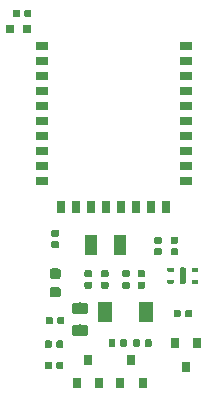
<source format=gbr>
G04 #@! TF.GenerationSoftware,KiCad,Pcbnew,(5.1.2-1)-1*
G04 #@! TF.CreationDate,2021-10-09T10:13:21+02:00*
G04 #@! TF.ProjectId,parasite,70617261-7369-4746-952e-6b696361645f,1.2.0*
G04 #@! TF.SameCoordinates,Original*
G04 #@! TF.FileFunction,Paste,Top*
G04 #@! TF.FilePolarity,Positive*
%FSLAX46Y46*%
G04 Gerber Fmt 4.6, Leading zero omitted, Abs format (unit mm)*
G04 Created by KiCad (PCBNEW (5.1.2-1)-1) date 2021-10-09 10:13:21*
%MOMM*%
%LPD*%
G04 APERTURE LIST*
%ADD10R,1.000000X0.650000*%
%ADD11R,0.650000X1.000000*%
%ADD12R,0.800000X0.800000*%
%ADD13C,0.100000*%
%ADD14C,0.590000*%
%ADD15C,0.500000*%
%ADD16C,0.350000*%
%ADD17R,1.000000X1.800000*%
%ADD18R,0.800000X0.900000*%
%ADD19C,0.875000*%
%ADD20C,0.975000*%
%ADD21R,1.300000X1.700000*%
G04 APERTURE END LIST*
D10*
X60881000Y-42600000D03*
X60881000Y-41330000D03*
X60881000Y-40060000D03*
X60881000Y-38790000D03*
X60881000Y-37520000D03*
X60881000Y-36250000D03*
X60881000Y-34980000D03*
X60881000Y-33710000D03*
X60881000Y-32440000D03*
X60881000Y-31170000D03*
X73119000Y-38790000D03*
X73119000Y-31170000D03*
X73119000Y-37520000D03*
X73119000Y-32440000D03*
X73119000Y-33710000D03*
X73119000Y-34980000D03*
X73119000Y-40060000D03*
X73119000Y-36250000D03*
X73119000Y-41330000D03*
X73119000Y-42600000D03*
D11*
X70150000Y-44819000D03*
X62530000Y-44819000D03*
X68880000Y-44819000D03*
X63800000Y-44819000D03*
X65070000Y-44819000D03*
X66340000Y-44819000D03*
X71420000Y-44819000D03*
X67610000Y-44819000D03*
D12*
X58150000Y-29700000D03*
X59650000Y-29700000D03*
D13*
G36*
X59861958Y-28080710D02*
G01*
X59876276Y-28082834D01*
X59890317Y-28086351D01*
X59903946Y-28091228D01*
X59917031Y-28097417D01*
X59929447Y-28104858D01*
X59941073Y-28113481D01*
X59951798Y-28123202D01*
X59961519Y-28133927D01*
X59970142Y-28145553D01*
X59977583Y-28157969D01*
X59983772Y-28171054D01*
X59988649Y-28184683D01*
X59992166Y-28198724D01*
X59994290Y-28213042D01*
X59995000Y-28227500D01*
X59995000Y-28572500D01*
X59994290Y-28586958D01*
X59992166Y-28601276D01*
X59988649Y-28615317D01*
X59983772Y-28628946D01*
X59977583Y-28642031D01*
X59970142Y-28654447D01*
X59961519Y-28666073D01*
X59951798Y-28676798D01*
X59941073Y-28686519D01*
X59929447Y-28695142D01*
X59917031Y-28702583D01*
X59903946Y-28708772D01*
X59890317Y-28713649D01*
X59876276Y-28717166D01*
X59861958Y-28719290D01*
X59847500Y-28720000D01*
X59552500Y-28720000D01*
X59538042Y-28719290D01*
X59523724Y-28717166D01*
X59509683Y-28713649D01*
X59496054Y-28708772D01*
X59482969Y-28702583D01*
X59470553Y-28695142D01*
X59458927Y-28686519D01*
X59448202Y-28676798D01*
X59438481Y-28666073D01*
X59429858Y-28654447D01*
X59422417Y-28642031D01*
X59416228Y-28628946D01*
X59411351Y-28615317D01*
X59407834Y-28601276D01*
X59405710Y-28586958D01*
X59405000Y-28572500D01*
X59405000Y-28227500D01*
X59405710Y-28213042D01*
X59407834Y-28198724D01*
X59411351Y-28184683D01*
X59416228Y-28171054D01*
X59422417Y-28157969D01*
X59429858Y-28145553D01*
X59438481Y-28133927D01*
X59448202Y-28123202D01*
X59458927Y-28113481D01*
X59470553Y-28104858D01*
X59482969Y-28097417D01*
X59496054Y-28091228D01*
X59509683Y-28086351D01*
X59523724Y-28082834D01*
X59538042Y-28080710D01*
X59552500Y-28080000D01*
X59847500Y-28080000D01*
X59861958Y-28080710D01*
X59861958Y-28080710D01*
G37*
D14*
X59700000Y-28400000D03*
D13*
G36*
X58891958Y-28080710D02*
G01*
X58906276Y-28082834D01*
X58920317Y-28086351D01*
X58933946Y-28091228D01*
X58947031Y-28097417D01*
X58959447Y-28104858D01*
X58971073Y-28113481D01*
X58981798Y-28123202D01*
X58991519Y-28133927D01*
X59000142Y-28145553D01*
X59007583Y-28157969D01*
X59013772Y-28171054D01*
X59018649Y-28184683D01*
X59022166Y-28198724D01*
X59024290Y-28213042D01*
X59025000Y-28227500D01*
X59025000Y-28572500D01*
X59024290Y-28586958D01*
X59022166Y-28601276D01*
X59018649Y-28615317D01*
X59013772Y-28628946D01*
X59007583Y-28642031D01*
X59000142Y-28654447D01*
X58991519Y-28666073D01*
X58981798Y-28676798D01*
X58971073Y-28686519D01*
X58959447Y-28695142D01*
X58947031Y-28702583D01*
X58933946Y-28708772D01*
X58920317Y-28713649D01*
X58906276Y-28717166D01*
X58891958Y-28719290D01*
X58877500Y-28720000D01*
X58582500Y-28720000D01*
X58568042Y-28719290D01*
X58553724Y-28717166D01*
X58539683Y-28713649D01*
X58526054Y-28708772D01*
X58512969Y-28702583D01*
X58500553Y-28695142D01*
X58488927Y-28686519D01*
X58478202Y-28676798D01*
X58468481Y-28666073D01*
X58459858Y-28654447D01*
X58452417Y-28642031D01*
X58446228Y-28628946D01*
X58441351Y-28615317D01*
X58437834Y-28601276D01*
X58435710Y-28586958D01*
X58435000Y-28572500D01*
X58435000Y-28227500D01*
X58435710Y-28213042D01*
X58437834Y-28198724D01*
X58441351Y-28184683D01*
X58446228Y-28171054D01*
X58452417Y-28157969D01*
X58459858Y-28145553D01*
X58468481Y-28133927D01*
X58478202Y-28123202D01*
X58488927Y-28113481D01*
X58500553Y-28104858D01*
X58512969Y-28097417D01*
X58526054Y-28091228D01*
X58539683Y-28086351D01*
X58553724Y-28082834D01*
X58568042Y-28080710D01*
X58582500Y-28080000D01*
X58877500Y-28080000D01*
X58891958Y-28080710D01*
X58891958Y-28080710D01*
G37*
D14*
X58730000Y-28400000D03*
D13*
G36*
X72937252Y-49900602D02*
G01*
X72949386Y-49902402D01*
X72961286Y-49905382D01*
X72972835Y-49909515D01*
X72983925Y-49914760D01*
X72994446Y-49921066D01*
X73004299Y-49928374D01*
X73013388Y-49936612D01*
X73021626Y-49945701D01*
X73028934Y-49955554D01*
X73035240Y-49966075D01*
X73040485Y-49977165D01*
X73044618Y-49988714D01*
X73047598Y-50000614D01*
X73049398Y-50012748D01*
X73050000Y-50025000D01*
X73050000Y-51175000D01*
X73049398Y-51187252D01*
X73047598Y-51199386D01*
X73044618Y-51211286D01*
X73040485Y-51222835D01*
X73035240Y-51233925D01*
X73028934Y-51244446D01*
X73021626Y-51254299D01*
X73013388Y-51263388D01*
X73004299Y-51271626D01*
X72994446Y-51278934D01*
X72983925Y-51285240D01*
X72972835Y-51290485D01*
X72961286Y-51294618D01*
X72949386Y-51297598D01*
X72937252Y-51299398D01*
X72925000Y-51300000D01*
X72675000Y-51300000D01*
X72662748Y-51299398D01*
X72650614Y-51297598D01*
X72638714Y-51294618D01*
X72627165Y-51290485D01*
X72616075Y-51285240D01*
X72605554Y-51278934D01*
X72595701Y-51271626D01*
X72586612Y-51263388D01*
X72578374Y-51254299D01*
X72571066Y-51244446D01*
X72564760Y-51233925D01*
X72559515Y-51222835D01*
X72555382Y-51211286D01*
X72552402Y-51199386D01*
X72550602Y-51187252D01*
X72550000Y-51175000D01*
X72550000Y-50025000D01*
X72550602Y-50012748D01*
X72552402Y-50000614D01*
X72555382Y-49988714D01*
X72559515Y-49977165D01*
X72564760Y-49966075D01*
X72571066Y-49955554D01*
X72578374Y-49945701D01*
X72586612Y-49936612D01*
X72595701Y-49928374D01*
X72605554Y-49921066D01*
X72616075Y-49914760D01*
X72627165Y-49909515D01*
X72638714Y-49905382D01*
X72650614Y-49902402D01*
X72662748Y-49900602D01*
X72675000Y-49900000D01*
X72925000Y-49900000D01*
X72937252Y-49900602D01*
X72937252Y-49900602D01*
G37*
D15*
X72800000Y-50600000D03*
D13*
G36*
X71971076Y-50925421D02*
G01*
X71979570Y-50926681D01*
X71987900Y-50928768D01*
X71995985Y-50931661D01*
X72003747Y-50935332D01*
X72011112Y-50939746D01*
X72018009Y-50944862D01*
X72024372Y-50950628D01*
X72030138Y-50956991D01*
X72035254Y-50963888D01*
X72039668Y-50971253D01*
X72043339Y-50979015D01*
X72046232Y-50987100D01*
X72048319Y-50995430D01*
X72049579Y-51003924D01*
X72050000Y-51012500D01*
X72050000Y-51187500D01*
X72049579Y-51196076D01*
X72048319Y-51204570D01*
X72046232Y-51212900D01*
X72043339Y-51220985D01*
X72039668Y-51228747D01*
X72035254Y-51236112D01*
X72030138Y-51243009D01*
X72024372Y-51249372D01*
X72018009Y-51255138D01*
X72011112Y-51260254D01*
X72003747Y-51264668D01*
X71995985Y-51268339D01*
X71987900Y-51271232D01*
X71979570Y-51273319D01*
X71971076Y-51274579D01*
X71962500Y-51275000D01*
X71587500Y-51275000D01*
X71578924Y-51274579D01*
X71570430Y-51273319D01*
X71562100Y-51271232D01*
X71554015Y-51268339D01*
X71546253Y-51264668D01*
X71538888Y-51260254D01*
X71531991Y-51255138D01*
X71525628Y-51249372D01*
X71519862Y-51243009D01*
X71514746Y-51236112D01*
X71510332Y-51228747D01*
X71506661Y-51220985D01*
X71503768Y-51212900D01*
X71501681Y-51204570D01*
X71500421Y-51196076D01*
X71500000Y-51187500D01*
X71500000Y-51012500D01*
X71500421Y-51003924D01*
X71501681Y-50995430D01*
X71503768Y-50987100D01*
X71506661Y-50979015D01*
X71510332Y-50971253D01*
X71514746Y-50963888D01*
X71519862Y-50956991D01*
X71525628Y-50950628D01*
X71531991Y-50944862D01*
X71538888Y-50939746D01*
X71546253Y-50935332D01*
X71554015Y-50931661D01*
X71562100Y-50928768D01*
X71570430Y-50926681D01*
X71578924Y-50925421D01*
X71587500Y-50925000D01*
X71962500Y-50925000D01*
X71971076Y-50925421D01*
X71971076Y-50925421D01*
G37*
D16*
X71775000Y-51100000D03*
D13*
G36*
X71971076Y-49925421D02*
G01*
X71979570Y-49926681D01*
X71987900Y-49928768D01*
X71995985Y-49931661D01*
X72003747Y-49935332D01*
X72011112Y-49939746D01*
X72018009Y-49944862D01*
X72024372Y-49950628D01*
X72030138Y-49956991D01*
X72035254Y-49963888D01*
X72039668Y-49971253D01*
X72043339Y-49979015D01*
X72046232Y-49987100D01*
X72048319Y-49995430D01*
X72049579Y-50003924D01*
X72050000Y-50012500D01*
X72050000Y-50187500D01*
X72049579Y-50196076D01*
X72048319Y-50204570D01*
X72046232Y-50212900D01*
X72043339Y-50220985D01*
X72039668Y-50228747D01*
X72035254Y-50236112D01*
X72030138Y-50243009D01*
X72024372Y-50249372D01*
X72018009Y-50255138D01*
X72011112Y-50260254D01*
X72003747Y-50264668D01*
X71995985Y-50268339D01*
X71987900Y-50271232D01*
X71979570Y-50273319D01*
X71971076Y-50274579D01*
X71962500Y-50275000D01*
X71587500Y-50275000D01*
X71578924Y-50274579D01*
X71570430Y-50273319D01*
X71562100Y-50271232D01*
X71554015Y-50268339D01*
X71546253Y-50264668D01*
X71538888Y-50260254D01*
X71531991Y-50255138D01*
X71525628Y-50249372D01*
X71519862Y-50243009D01*
X71514746Y-50236112D01*
X71510332Y-50228747D01*
X71506661Y-50220985D01*
X71503768Y-50212900D01*
X71501681Y-50204570D01*
X71500421Y-50196076D01*
X71500000Y-50187500D01*
X71500000Y-50012500D01*
X71500421Y-50003924D01*
X71501681Y-49995430D01*
X71503768Y-49987100D01*
X71506661Y-49979015D01*
X71510332Y-49971253D01*
X71514746Y-49963888D01*
X71519862Y-49956991D01*
X71525628Y-49950628D01*
X71531991Y-49944862D01*
X71538888Y-49939746D01*
X71546253Y-49935332D01*
X71554015Y-49931661D01*
X71562100Y-49928768D01*
X71570430Y-49926681D01*
X71578924Y-49925421D01*
X71587500Y-49925000D01*
X71962500Y-49925000D01*
X71971076Y-49925421D01*
X71971076Y-49925421D01*
G37*
D16*
X71775000Y-50100000D03*
D13*
G36*
X74021076Y-49925421D02*
G01*
X74029570Y-49926681D01*
X74037900Y-49928768D01*
X74045985Y-49931661D01*
X74053747Y-49935332D01*
X74061112Y-49939746D01*
X74068009Y-49944862D01*
X74074372Y-49950628D01*
X74080138Y-49956991D01*
X74085254Y-49963888D01*
X74089668Y-49971253D01*
X74093339Y-49979015D01*
X74096232Y-49987100D01*
X74098319Y-49995430D01*
X74099579Y-50003924D01*
X74100000Y-50012500D01*
X74100000Y-50187500D01*
X74099579Y-50196076D01*
X74098319Y-50204570D01*
X74096232Y-50212900D01*
X74093339Y-50220985D01*
X74089668Y-50228747D01*
X74085254Y-50236112D01*
X74080138Y-50243009D01*
X74074372Y-50249372D01*
X74068009Y-50255138D01*
X74061112Y-50260254D01*
X74053747Y-50264668D01*
X74045985Y-50268339D01*
X74037900Y-50271232D01*
X74029570Y-50273319D01*
X74021076Y-50274579D01*
X74012500Y-50275000D01*
X73637500Y-50275000D01*
X73628924Y-50274579D01*
X73620430Y-50273319D01*
X73612100Y-50271232D01*
X73604015Y-50268339D01*
X73596253Y-50264668D01*
X73588888Y-50260254D01*
X73581991Y-50255138D01*
X73575628Y-50249372D01*
X73569862Y-50243009D01*
X73564746Y-50236112D01*
X73560332Y-50228747D01*
X73556661Y-50220985D01*
X73553768Y-50212900D01*
X73551681Y-50204570D01*
X73550421Y-50196076D01*
X73550000Y-50187500D01*
X73550000Y-50012500D01*
X73550421Y-50003924D01*
X73551681Y-49995430D01*
X73553768Y-49987100D01*
X73556661Y-49979015D01*
X73560332Y-49971253D01*
X73564746Y-49963888D01*
X73569862Y-49956991D01*
X73575628Y-49950628D01*
X73581991Y-49944862D01*
X73588888Y-49939746D01*
X73596253Y-49935332D01*
X73604015Y-49931661D01*
X73612100Y-49928768D01*
X73620430Y-49926681D01*
X73628924Y-49925421D01*
X73637500Y-49925000D01*
X74012500Y-49925000D01*
X74021076Y-49925421D01*
X74021076Y-49925421D01*
G37*
D16*
X73825000Y-50100000D03*
D13*
G36*
X74021076Y-50925421D02*
G01*
X74029570Y-50926681D01*
X74037900Y-50928768D01*
X74045985Y-50931661D01*
X74053747Y-50935332D01*
X74061112Y-50939746D01*
X74068009Y-50944862D01*
X74074372Y-50950628D01*
X74080138Y-50956991D01*
X74085254Y-50963888D01*
X74089668Y-50971253D01*
X74093339Y-50979015D01*
X74096232Y-50987100D01*
X74098319Y-50995430D01*
X74099579Y-51003924D01*
X74100000Y-51012500D01*
X74100000Y-51187500D01*
X74099579Y-51196076D01*
X74098319Y-51204570D01*
X74096232Y-51212900D01*
X74093339Y-51220985D01*
X74089668Y-51228747D01*
X74085254Y-51236112D01*
X74080138Y-51243009D01*
X74074372Y-51249372D01*
X74068009Y-51255138D01*
X74061112Y-51260254D01*
X74053747Y-51264668D01*
X74045985Y-51268339D01*
X74037900Y-51271232D01*
X74029570Y-51273319D01*
X74021076Y-51274579D01*
X74012500Y-51275000D01*
X73637500Y-51275000D01*
X73628924Y-51274579D01*
X73620430Y-51273319D01*
X73612100Y-51271232D01*
X73604015Y-51268339D01*
X73596253Y-51264668D01*
X73588888Y-51260254D01*
X73581991Y-51255138D01*
X73575628Y-51249372D01*
X73569862Y-51243009D01*
X73564746Y-51236112D01*
X73560332Y-51228747D01*
X73556661Y-51220985D01*
X73553768Y-51212900D01*
X73551681Y-51204570D01*
X73550421Y-51196076D01*
X73550000Y-51187500D01*
X73550000Y-51012500D01*
X73550421Y-51003924D01*
X73551681Y-50995430D01*
X73553768Y-50987100D01*
X73556661Y-50979015D01*
X73560332Y-50971253D01*
X73564746Y-50963888D01*
X73569862Y-50956991D01*
X73575628Y-50950628D01*
X73581991Y-50944862D01*
X73588888Y-50939746D01*
X73596253Y-50935332D01*
X73604015Y-50931661D01*
X73612100Y-50928768D01*
X73620430Y-50926681D01*
X73628924Y-50925421D01*
X73637500Y-50925000D01*
X74012500Y-50925000D01*
X74021076Y-50925421D01*
X74021076Y-50925421D01*
G37*
D16*
X73825000Y-51100000D03*
D17*
X67500000Y-48000000D03*
X65000000Y-48000000D03*
D13*
G36*
X72286958Y-48275710D02*
G01*
X72301276Y-48277834D01*
X72315317Y-48281351D01*
X72328946Y-48286228D01*
X72342031Y-48292417D01*
X72354447Y-48299858D01*
X72366073Y-48308481D01*
X72376798Y-48318202D01*
X72386519Y-48328927D01*
X72395142Y-48340553D01*
X72402583Y-48352969D01*
X72408772Y-48366054D01*
X72413649Y-48379683D01*
X72417166Y-48393724D01*
X72419290Y-48408042D01*
X72420000Y-48422500D01*
X72420000Y-48717500D01*
X72419290Y-48731958D01*
X72417166Y-48746276D01*
X72413649Y-48760317D01*
X72408772Y-48773946D01*
X72402583Y-48787031D01*
X72395142Y-48799447D01*
X72386519Y-48811073D01*
X72376798Y-48821798D01*
X72366073Y-48831519D01*
X72354447Y-48840142D01*
X72342031Y-48847583D01*
X72328946Y-48853772D01*
X72315317Y-48858649D01*
X72301276Y-48862166D01*
X72286958Y-48864290D01*
X72272500Y-48865000D01*
X71927500Y-48865000D01*
X71913042Y-48864290D01*
X71898724Y-48862166D01*
X71884683Y-48858649D01*
X71871054Y-48853772D01*
X71857969Y-48847583D01*
X71845553Y-48840142D01*
X71833927Y-48831519D01*
X71823202Y-48821798D01*
X71813481Y-48811073D01*
X71804858Y-48799447D01*
X71797417Y-48787031D01*
X71791228Y-48773946D01*
X71786351Y-48760317D01*
X71782834Y-48746276D01*
X71780710Y-48731958D01*
X71780000Y-48717500D01*
X71780000Y-48422500D01*
X71780710Y-48408042D01*
X71782834Y-48393724D01*
X71786351Y-48379683D01*
X71791228Y-48366054D01*
X71797417Y-48352969D01*
X71804858Y-48340553D01*
X71813481Y-48328927D01*
X71823202Y-48318202D01*
X71833927Y-48308481D01*
X71845553Y-48299858D01*
X71857969Y-48292417D01*
X71871054Y-48286228D01*
X71884683Y-48281351D01*
X71898724Y-48277834D01*
X71913042Y-48275710D01*
X71927500Y-48275000D01*
X72272500Y-48275000D01*
X72286958Y-48275710D01*
X72286958Y-48275710D01*
G37*
D14*
X72100000Y-48570000D03*
D13*
G36*
X72286958Y-47305710D02*
G01*
X72301276Y-47307834D01*
X72315317Y-47311351D01*
X72328946Y-47316228D01*
X72342031Y-47322417D01*
X72354447Y-47329858D01*
X72366073Y-47338481D01*
X72376798Y-47348202D01*
X72386519Y-47358927D01*
X72395142Y-47370553D01*
X72402583Y-47382969D01*
X72408772Y-47396054D01*
X72413649Y-47409683D01*
X72417166Y-47423724D01*
X72419290Y-47438042D01*
X72420000Y-47452500D01*
X72420000Y-47747500D01*
X72419290Y-47761958D01*
X72417166Y-47776276D01*
X72413649Y-47790317D01*
X72408772Y-47803946D01*
X72402583Y-47817031D01*
X72395142Y-47829447D01*
X72386519Y-47841073D01*
X72376798Y-47851798D01*
X72366073Y-47861519D01*
X72354447Y-47870142D01*
X72342031Y-47877583D01*
X72328946Y-47883772D01*
X72315317Y-47888649D01*
X72301276Y-47892166D01*
X72286958Y-47894290D01*
X72272500Y-47895000D01*
X71927500Y-47895000D01*
X71913042Y-47894290D01*
X71898724Y-47892166D01*
X71884683Y-47888649D01*
X71871054Y-47883772D01*
X71857969Y-47877583D01*
X71845553Y-47870142D01*
X71833927Y-47861519D01*
X71823202Y-47851798D01*
X71813481Y-47841073D01*
X71804858Y-47829447D01*
X71797417Y-47817031D01*
X71791228Y-47803946D01*
X71786351Y-47790317D01*
X71782834Y-47776276D01*
X71780710Y-47761958D01*
X71780000Y-47747500D01*
X71780000Y-47452500D01*
X71780710Y-47438042D01*
X71782834Y-47423724D01*
X71786351Y-47409683D01*
X71791228Y-47396054D01*
X71797417Y-47382969D01*
X71804858Y-47370553D01*
X71813481Y-47358927D01*
X71823202Y-47348202D01*
X71833927Y-47338481D01*
X71845553Y-47329858D01*
X71857969Y-47322417D01*
X71871054Y-47316228D01*
X71884683Y-47311351D01*
X71898724Y-47307834D01*
X71913042Y-47305710D01*
X71927500Y-47305000D01*
X72272500Y-47305000D01*
X72286958Y-47305710D01*
X72286958Y-47305710D01*
G37*
D14*
X72100000Y-47600000D03*
D13*
G36*
X70886958Y-47305710D02*
G01*
X70901276Y-47307834D01*
X70915317Y-47311351D01*
X70928946Y-47316228D01*
X70942031Y-47322417D01*
X70954447Y-47329858D01*
X70966073Y-47338481D01*
X70976798Y-47348202D01*
X70986519Y-47358927D01*
X70995142Y-47370553D01*
X71002583Y-47382969D01*
X71008772Y-47396054D01*
X71013649Y-47409683D01*
X71017166Y-47423724D01*
X71019290Y-47438042D01*
X71020000Y-47452500D01*
X71020000Y-47747500D01*
X71019290Y-47761958D01*
X71017166Y-47776276D01*
X71013649Y-47790317D01*
X71008772Y-47803946D01*
X71002583Y-47817031D01*
X70995142Y-47829447D01*
X70986519Y-47841073D01*
X70976798Y-47851798D01*
X70966073Y-47861519D01*
X70954447Y-47870142D01*
X70942031Y-47877583D01*
X70928946Y-47883772D01*
X70915317Y-47888649D01*
X70901276Y-47892166D01*
X70886958Y-47894290D01*
X70872500Y-47895000D01*
X70527500Y-47895000D01*
X70513042Y-47894290D01*
X70498724Y-47892166D01*
X70484683Y-47888649D01*
X70471054Y-47883772D01*
X70457969Y-47877583D01*
X70445553Y-47870142D01*
X70433927Y-47861519D01*
X70423202Y-47851798D01*
X70413481Y-47841073D01*
X70404858Y-47829447D01*
X70397417Y-47817031D01*
X70391228Y-47803946D01*
X70386351Y-47790317D01*
X70382834Y-47776276D01*
X70380710Y-47761958D01*
X70380000Y-47747500D01*
X70380000Y-47452500D01*
X70380710Y-47438042D01*
X70382834Y-47423724D01*
X70386351Y-47409683D01*
X70391228Y-47396054D01*
X70397417Y-47382969D01*
X70404858Y-47370553D01*
X70413481Y-47358927D01*
X70423202Y-47348202D01*
X70433927Y-47338481D01*
X70445553Y-47329858D01*
X70457969Y-47322417D01*
X70471054Y-47316228D01*
X70484683Y-47311351D01*
X70498724Y-47307834D01*
X70513042Y-47305710D01*
X70527500Y-47305000D01*
X70872500Y-47305000D01*
X70886958Y-47305710D01*
X70886958Y-47305710D01*
G37*
D14*
X70700000Y-47600000D03*
D13*
G36*
X70886958Y-48275710D02*
G01*
X70901276Y-48277834D01*
X70915317Y-48281351D01*
X70928946Y-48286228D01*
X70942031Y-48292417D01*
X70954447Y-48299858D01*
X70966073Y-48308481D01*
X70976798Y-48318202D01*
X70986519Y-48328927D01*
X70995142Y-48340553D01*
X71002583Y-48352969D01*
X71008772Y-48366054D01*
X71013649Y-48379683D01*
X71017166Y-48393724D01*
X71019290Y-48408042D01*
X71020000Y-48422500D01*
X71020000Y-48717500D01*
X71019290Y-48731958D01*
X71017166Y-48746276D01*
X71013649Y-48760317D01*
X71008772Y-48773946D01*
X71002583Y-48787031D01*
X70995142Y-48799447D01*
X70986519Y-48811073D01*
X70976798Y-48821798D01*
X70966073Y-48831519D01*
X70954447Y-48840142D01*
X70942031Y-48847583D01*
X70928946Y-48853772D01*
X70915317Y-48858649D01*
X70901276Y-48862166D01*
X70886958Y-48864290D01*
X70872500Y-48865000D01*
X70527500Y-48865000D01*
X70513042Y-48864290D01*
X70498724Y-48862166D01*
X70484683Y-48858649D01*
X70471054Y-48853772D01*
X70457969Y-48847583D01*
X70445553Y-48840142D01*
X70433927Y-48831519D01*
X70423202Y-48821798D01*
X70413481Y-48811073D01*
X70404858Y-48799447D01*
X70397417Y-48787031D01*
X70391228Y-48773946D01*
X70386351Y-48760317D01*
X70382834Y-48746276D01*
X70380710Y-48731958D01*
X70380000Y-48717500D01*
X70380000Y-48422500D01*
X70380710Y-48408042D01*
X70382834Y-48393724D01*
X70386351Y-48379683D01*
X70391228Y-48366054D01*
X70397417Y-48352969D01*
X70404858Y-48340553D01*
X70413481Y-48328927D01*
X70423202Y-48318202D01*
X70433927Y-48308481D01*
X70445553Y-48299858D01*
X70457969Y-48292417D01*
X70471054Y-48286228D01*
X70484683Y-48281351D01*
X70498724Y-48277834D01*
X70513042Y-48275710D01*
X70527500Y-48275000D01*
X70872500Y-48275000D01*
X70886958Y-48275710D01*
X70886958Y-48275710D01*
G37*
D14*
X70700000Y-48570000D03*
D13*
G36*
X69486958Y-50135710D02*
G01*
X69501276Y-50137834D01*
X69515317Y-50141351D01*
X69528946Y-50146228D01*
X69542031Y-50152417D01*
X69554447Y-50159858D01*
X69566073Y-50168481D01*
X69576798Y-50178202D01*
X69586519Y-50188927D01*
X69595142Y-50200553D01*
X69602583Y-50212969D01*
X69608772Y-50226054D01*
X69613649Y-50239683D01*
X69617166Y-50253724D01*
X69619290Y-50268042D01*
X69620000Y-50282500D01*
X69620000Y-50577500D01*
X69619290Y-50591958D01*
X69617166Y-50606276D01*
X69613649Y-50620317D01*
X69608772Y-50633946D01*
X69602583Y-50647031D01*
X69595142Y-50659447D01*
X69586519Y-50671073D01*
X69576798Y-50681798D01*
X69566073Y-50691519D01*
X69554447Y-50700142D01*
X69542031Y-50707583D01*
X69528946Y-50713772D01*
X69515317Y-50718649D01*
X69501276Y-50722166D01*
X69486958Y-50724290D01*
X69472500Y-50725000D01*
X69127500Y-50725000D01*
X69113042Y-50724290D01*
X69098724Y-50722166D01*
X69084683Y-50718649D01*
X69071054Y-50713772D01*
X69057969Y-50707583D01*
X69045553Y-50700142D01*
X69033927Y-50691519D01*
X69023202Y-50681798D01*
X69013481Y-50671073D01*
X69004858Y-50659447D01*
X68997417Y-50647031D01*
X68991228Y-50633946D01*
X68986351Y-50620317D01*
X68982834Y-50606276D01*
X68980710Y-50591958D01*
X68980000Y-50577500D01*
X68980000Y-50282500D01*
X68980710Y-50268042D01*
X68982834Y-50253724D01*
X68986351Y-50239683D01*
X68991228Y-50226054D01*
X68997417Y-50212969D01*
X69004858Y-50200553D01*
X69013481Y-50188927D01*
X69023202Y-50178202D01*
X69033927Y-50168481D01*
X69045553Y-50159858D01*
X69057969Y-50152417D01*
X69071054Y-50146228D01*
X69084683Y-50141351D01*
X69098724Y-50137834D01*
X69113042Y-50135710D01*
X69127500Y-50135000D01*
X69472500Y-50135000D01*
X69486958Y-50135710D01*
X69486958Y-50135710D01*
G37*
D14*
X69300000Y-50430000D03*
D13*
G36*
X69486958Y-51105710D02*
G01*
X69501276Y-51107834D01*
X69515317Y-51111351D01*
X69528946Y-51116228D01*
X69542031Y-51122417D01*
X69554447Y-51129858D01*
X69566073Y-51138481D01*
X69576798Y-51148202D01*
X69586519Y-51158927D01*
X69595142Y-51170553D01*
X69602583Y-51182969D01*
X69608772Y-51196054D01*
X69613649Y-51209683D01*
X69617166Y-51223724D01*
X69619290Y-51238042D01*
X69620000Y-51252500D01*
X69620000Y-51547500D01*
X69619290Y-51561958D01*
X69617166Y-51576276D01*
X69613649Y-51590317D01*
X69608772Y-51603946D01*
X69602583Y-51617031D01*
X69595142Y-51629447D01*
X69586519Y-51641073D01*
X69576798Y-51651798D01*
X69566073Y-51661519D01*
X69554447Y-51670142D01*
X69542031Y-51677583D01*
X69528946Y-51683772D01*
X69515317Y-51688649D01*
X69501276Y-51692166D01*
X69486958Y-51694290D01*
X69472500Y-51695000D01*
X69127500Y-51695000D01*
X69113042Y-51694290D01*
X69098724Y-51692166D01*
X69084683Y-51688649D01*
X69071054Y-51683772D01*
X69057969Y-51677583D01*
X69045553Y-51670142D01*
X69033927Y-51661519D01*
X69023202Y-51651798D01*
X69013481Y-51641073D01*
X69004858Y-51629447D01*
X68997417Y-51617031D01*
X68991228Y-51603946D01*
X68986351Y-51590317D01*
X68982834Y-51576276D01*
X68980710Y-51561958D01*
X68980000Y-51547500D01*
X68980000Y-51252500D01*
X68980710Y-51238042D01*
X68982834Y-51223724D01*
X68986351Y-51209683D01*
X68991228Y-51196054D01*
X68997417Y-51182969D01*
X69004858Y-51170553D01*
X69013481Y-51158927D01*
X69023202Y-51148202D01*
X69033927Y-51138481D01*
X69045553Y-51129858D01*
X69057969Y-51122417D01*
X69071054Y-51116228D01*
X69084683Y-51111351D01*
X69098724Y-51107834D01*
X69113042Y-51105710D01*
X69127500Y-51105000D01*
X69472500Y-51105000D01*
X69486958Y-51105710D01*
X69486958Y-51105710D01*
G37*
D14*
X69300000Y-51400000D03*
D13*
G36*
X70031958Y-55980710D02*
G01*
X70046276Y-55982834D01*
X70060317Y-55986351D01*
X70073946Y-55991228D01*
X70087031Y-55997417D01*
X70099447Y-56004858D01*
X70111073Y-56013481D01*
X70121798Y-56023202D01*
X70131519Y-56033927D01*
X70140142Y-56045553D01*
X70147583Y-56057969D01*
X70153772Y-56071054D01*
X70158649Y-56084683D01*
X70162166Y-56098724D01*
X70164290Y-56113042D01*
X70165000Y-56127500D01*
X70165000Y-56472500D01*
X70164290Y-56486958D01*
X70162166Y-56501276D01*
X70158649Y-56515317D01*
X70153772Y-56528946D01*
X70147583Y-56542031D01*
X70140142Y-56554447D01*
X70131519Y-56566073D01*
X70121798Y-56576798D01*
X70111073Y-56586519D01*
X70099447Y-56595142D01*
X70087031Y-56602583D01*
X70073946Y-56608772D01*
X70060317Y-56613649D01*
X70046276Y-56617166D01*
X70031958Y-56619290D01*
X70017500Y-56620000D01*
X69722500Y-56620000D01*
X69708042Y-56619290D01*
X69693724Y-56617166D01*
X69679683Y-56613649D01*
X69666054Y-56608772D01*
X69652969Y-56602583D01*
X69640553Y-56595142D01*
X69628927Y-56586519D01*
X69618202Y-56576798D01*
X69608481Y-56566073D01*
X69599858Y-56554447D01*
X69592417Y-56542031D01*
X69586228Y-56528946D01*
X69581351Y-56515317D01*
X69577834Y-56501276D01*
X69575710Y-56486958D01*
X69575000Y-56472500D01*
X69575000Y-56127500D01*
X69575710Y-56113042D01*
X69577834Y-56098724D01*
X69581351Y-56084683D01*
X69586228Y-56071054D01*
X69592417Y-56057969D01*
X69599858Y-56045553D01*
X69608481Y-56033927D01*
X69618202Y-56023202D01*
X69628927Y-56013481D01*
X69640553Y-56004858D01*
X69652969Y-55997417D01*
X69666054Y-55991228D01*
X69679683Y-55986351D01*
X69693724Y-55982834D01*
X69708042Y-55980710D01*
X69722500Y-55980000D01*
X70017500Y-55980000D01*
X70031958Y-55980710D01*
X70031958Y-55980710D01*
G37*
D14*
X69870000Y-56300000D03*
D13*
G36*
X69061958Y-55980710D02*
G01*
X69076276Y-55982834D01*
X69090317Y-55986351D01*
X69103946Y-55991228D01*
X69117031Y-55997417D01*
X69129447Y-56004858D01*
X69141073Y-56013481D01*
X69151798Y-56023202D01*
X69161519Y-56033927D01*
X69170142Y-56045553D01*
X69177583Y-56057969D01*
X69183772Y-56071054D01*
X69188649Y-56084683D01*
X69192166Y-56098724D01*
X69194290Y-56113042D01*
X69195000Y-56127500D01*
X69195000Y-56472500D01*
X69194290Y-56486958D01*
X69192166Y-56501276D01*
X69188649Y-56515317D01*
X69183772Y-56528946D01*
X69177583Y-56542031D01*
X69170142Y-56554447D01*
X69161519Y-56566073D01*
X69151798Y-56576798D01*
X69141073Y-56586519D01*
X69129447Y-56595142D01*
X69117031Y-56602583D01*
X69103946Y-56608772D01*
X69090317Y-56613649D01*
X69076276Y-56617166D01*
X69061958Y-56619290D01*
X69047500Y-56620000D01*
X68752500Y-56620000D01*
X68738042Y-56619290D01*
X68723724Y-56617166D01*
X68709683Y-56613649D01*
X68696054Y-56608772D01*
X68682969Y-56602583D01*
X68670553Y-56595142D01*
X68658927Y-56586519D01*
X68648202Y-56576798D01*
X68638481Y-56566073D01*
X68629858Y-56554447D01*
X68622417Y-56542031D01*
X68616228Y-56528946D01*
X68611351Y-56515317D01*
X68607834Y-56501276D01*
X68605710Y-56486958D01*
X68605000Y-56472500D01*
X68605000Y-56127500D01*
X68605710Y-56113042D01*
X68607834Y-56098724D01*
X68611351Y-56084683D01*
X68616228Y-56071054D01*
X68622417Y-56057969D01*
X68629858Y-56045553D01*
X68638481Y-56033927D01*
X68648202Y-56023202D01*
X68658927Y-56013481D01*
X68670553Y-56004858D01*
X68682969Y-55997417D01*
X68696054Y-55991228D01*
X68709683Y-55986351D01*
X68723724Y-55982834D01*
X68738042Y-55980710D01*
X68752500Y-55980000D01*
X69047500Y-55980000D01*
X69061958Y-55980710D01*
X69061958Y-55980710D01*
G37*
D14*
X68900000Y-56300000D03*
D13*
G36*
X61591958Y-57880710D02*
G01*
X61606276Y-57882834D01*
X61620317Y-57886351D01*
X61633946Y-57891228D01*
X61647031Y-57897417D01*
X61659447Y-57904858D01*
X61671073Y-57913481D01*
X61681798Y-57923202D01*
X61691519Y-57933927D01*
X61700142Y-57945553D01*
X61707583Y-57957969D01*
X61713772Y-57971054D01*
X61718649Y-57984683D01*
X61722166Y-57998724D01*
X61724290Y-58013042D01*
X61725000Y-58027500D01*
X61725000Y-58372500D01*
X61724290Y-58386958D01*
X61722166Y-58401276D01*
X61718649Y-58415317D01*
X61713772Y-58428946D01*
X61707583Y-58442031D01*
X61700142Y-58454447D01*
X61691519Y-58466073D01*
X61681798Y-58476798D01*
X61671073Y-58486519D01*
X61659447Y-58495142D01*
X61647031Y-58502583D01*
X61633946Y-58508772D01*
X61620317Y-58513649D01*
X61606276Y-58517166D01*
X61591958Y-58519290D01*
X61577500Y-58520000D01*
X61282500Y-58520000D01*
X61268042Y-58519290D01*
X61253724Y-58517166D01*
X61239683Y-58513649D01*
X61226054Y-58508772D01*
X61212969Y-58502583D01*
X61200553Y-58495142D01*
X61188927Y-58486519D01*
X61178202Y-58476798D01*
X61168481Y-58466073D01*
X61159858Y-58454447D01*
X61152417Y-58442031D01*
X61146228Y-58428946D01*
X61141351Y-58415317D01*
X61137834Y-58401276D01*
X61135710Y-58386958D01*
X61135000Y-58372500D01*
X61135000Y-58027500D01*
X61135710Y-58013042D01*
X61137834Y-57998724D01*
X61141351Y-57984683D01*
X61146228Y-57971054D01*
X61152417Y-57957969D01*
X61159858Y-57945553D01*
X61168481Y-57933927D01*
X61178202Y-57923202D01*
X61188927Y-57913481D01*
X61200553Y-57904858D01*
X61212969Y-57897417D01*
X61226054Y-57891228D01*
X61239683Y-57886351D01*
X61253724Y-57882834D01*
X61268042Y-57880710D01*
X61282500Y-57880000D01*
X61577500Y-57880000D01*
X61591958Y-57880710D01*
X61591958Y-57880710D01*
G37*
D14*
X61430000Y-58200000D03*
D13*
G36*
X62561958Y-57880710D02*
G01*
X62576276Y-57882834D01*
X62590317Y-57886351D01*
X62603946Y-57891228D01*
X62617031Y-57897417D01*
X62629447Y-57904858D01*
X62641073Y-57913481D01*
X62651798Y-57923202D01*
X62661519Y-57933927D01*
X62670142Y-57945553D01*
X62677583Y-57957969D01*
X62683772Y-57971054D01*
X62688649Y-57984683D01*
X62692166Y-57998724D01*
X62694290Y-58013042D01*
X62695000Y-58027500D01*
X62695000Y-58372500D01*
X62694290Y-58386958D01*
X62692166Y-58401276D01*
X62688649Y-58415317D01*
X62683772Y-58428946D01*
X62677583Y-58442031D01*
X62670142Y-58454447D01*
X62661519Y-58466073D01*
X62651798Y-58476798D01*
X62641073Y-58486519D01*
X62629447Y-58495142D01*
X62617031Y-58502583D01*
X62603946Y-58508772D01*
X62590317Y-58513649D01*
X62576276Y-58517166D01*
X62561958Y-58519290D01*
X62547500Y-58520000D01*
X62252500Y-58520000D01*
X62238042Y-58519290D01*
X62223724Y-58517166D01*
X62209683Y-58513649D01*
X62196054Y-58508772D01*
X62182969Y-58502583D01*
X62170553Y-58495142D01*
X62158927Y-58486519D01*
X62148202Y-58476798D01*
X62138481Y-58466073D01*
X62129858Y-58454447D01*
X62122417Y-58442031D01*
X62116228Y-58428946D01*
X62111351Y-58415317D01*
X62107834Y-58401276D01*
X62105710Y-58386958D01*
X62105000Y-58372500D01*
X62105000Y-58027500D01*
X62105710Y-58013042D01*
X62107834Y-57998724D01*
X62111351Y-57984683D01*
X62116228Y-57971054D01*
X62122417Y-57957969D01*
X62129858Y-57945553D01*
X62138481Y-57933927D01*
X62148202Y-57923202D01*
X62158927Y-57913481D01*
X62170553Y-57904858D01*
X62182969Y-57897417D01*
X62196054Y-57891228D01*
X62209683Y-57886351D01*
X62223724Y-57882834D01*
X62238042Y-57880710D01*
X62252500Y-57880000D01*
X62547500Y-57880000D01*
X62561958Y-57880710D01*
X62561958Y-57880710D01*
G37*
D14*
X62400000Y-58200000D03*
D13*
G36*
X67946958Y-55980710D02*
G01*
X67961276Y-55982834D01*
X67975317Y-55986351D01*
X67988946Y-55991228D01*
X68002031Y-55997417D01*
X68014447Y-56004858D01*
X68026073Y-56013481D01*
X68036798Y-56023202D01*
X68046519Y-56033927D01*
X68055142Y-56045553D01*
X68062583Y-56057969D01*
X68068772Y-56071054D01*
X68073649Y-56084683D01*
X68077166Y-56098724D01*
X68079290Y-56113042D01*
X68080000Y-56127500D01*
X68080000Y-56472500D01*
X68079290Y-56486958D01*
X68077166Y-56501276D01*
X68073649Y-56515317D01*
X68068772Y-56528946D01*
X68062583Y-56542031D01*
X68055142Y-56554447D01*
X68046519Y-56566073D01*
X68036798Y-56576798D01*
X68026073Y-56586519D01*
X68014447Y-56595142D01*
X68002031Y-56602583D01*
X67988946Y-56608772D01*
X67975317Y-56613649D01*
X67961276Y-56617166D01*
X67946958Y-56619290D01*
X67932500Y-56620000D01*
X67637500Y-56620000D01*
X67623042Y-56619290D01*
X67608724Y-56617166D01*
X67594683Y-56613649D01*
X67581054Y-56608772D01*
X67567969Y-56602583D01*
X67555553Y-56595142D01*
X67543927Y-56586519D01*
X67533202Y-56576798D01*
X67523481Y-56566073D01*
X67514858Y-56554447D01*
X67507417Y-56542031D01*
X67501228Y-56528946D01*
X67496351Y-56515317D01*
X67492834Y-56501276D01*
X67490710Y-56486958D01*
X67490000Y-56472500D01*
X67490000Y-56127500D01*
X67490710Y-56113042D01*
X67492834Y-56098724D01*
X67496351Y-56084683D01*
X67501228Y-56071054D01*
X67507417Y-56057969D01*
X67514858Y-56045553D01*
X67523481Y-56033927D01*
X67533202Y-56023202D01*
X67543927Y-56013481D01*
X67555553Y-56004858D01*
X67567969Y-55997417D01*
X67581054Y-55991228D01*
X67594683Y-55986351D01*
X67608724Y-55982834D01*
X67623042Y-55980710D01*
X67637500Y-55980000D01*
X67932500Y-55980000D01*
X67946958Y-55980710D01*
X67946958Y-55980710D01*
G37*
D14*
X67785000Y-56300000D03*
D13*
G36*
X66976958Y-55980710D02*
G01*
X66991276Y-55982834D01*
X67005317Y-55986351D01*
X67018946Y-55991228D01*
X67032031Y-55997417D01*
X67044447Y-56004858D01*
X67056073Y-56013481D01*
X67066798Y-56023202D01*
X67076519Y-56033927D01*
X67085142Y-56045553D01*
X67092583Y-56057969D01*
X67098772Y-56071054D01*
X67103649Y-56084683D01*
X67107166Y-56098724D01*
X67109290Y-56113042D01*
X67110000Y-56127500D01*
X67110000Y-56472500D01*
X67109290Y-56486958D01*
X67107166Y-56501276D01*
X67103649Y-56515317D01*
X67098772Y-56528946D01*
X67092583Y-56542031D01*
X67085142Y-56554447D01*
X67076519Y-56566073D01*
X67066798Y-56576798D01*
X67056073Y-56586519D01*
X67044447Y-56595142D01*
X67032031Y-56602583D01*
X67018946Y-56608772D01*
X67005317Y-56613649D01*
X66991276Y-56617166D01*
X66976958Y-56619290D01*
X66962500Y-56620000D01*
X66667500Y-56620000D01*
X66653042Y-56619290D01*
X66638724Y-56617166D01*
X66624683Y-56613649D01*
X66611054Y-56608772D01*
X66597969Y-56602583D01*
X66585553Y-56595142D01*
X66573927Y-56586519D01*
X66563202Y-56576798D01*
X66553481Y-56566073D01*
X66544858Y-56554447D01*
X66537417Y-56542031D01*
X66531228Y-56528946D01*
X66526351Y-56515317D01*
X66522834Y-56501276D01*
X66520710Y-56486958D01*
X66520000Y-56472500D01*
X66520000Y-56127500D01*
X66520710Y-56113042D01*
X66522834Y-56098724D01*
X66526351Y-56084683D01*
X66531228Y-56071054D01*
X66537417Y-56057969D01*
X66544858Y-56045553D01*
X66553481Y-56033927D01*
X66563202Y-56023202D01*
X66573927Y-56013481D01*
X66585553Y-56004858D01*
X66597969Y-55997417D01*
X66611054Y-55991228D01*
X66624683Y-55986351D01*
X66638724Y-55982834D01*
X66653042Y-55980710D01*
X66667500Y-55980000D01*
X66962500Y-55980000D01*
X66976958Y-55980710D01*
X66976958Y-55980710D01*
G37*
D14*
X66815000Y-56300000D03*
D13*
G36*
X62186958Y-47675710D02*
G01*
X62201276Y-47677834D01*
X62215317Y-47681351D01*
X62228946Y-47686228D01*
X62242031Y-47692417D01*
X62254447Y-47699858D01*
X62266073Y-47708481D01*
X62276798Y-47718202D01*
X62286519Y-47728927D01*
X62295142Y-47740553D01*
X62302583Y-47752969D01*
X62308772Y-47766054D01*
X62313649Y-47779683D01*
X62317166Y-47793724D01*
X62319290Y-47808042D01*
X62320000Y-47822500D01*
X62320000Y-48117500D01*
X62319290Y-48131958D01*
X62317166Y-48146276D01*
X62313649Y-48160317D01*
X62308772Y-48173946D01*
X62302583Y-48187031D01*
X62295142Y-48199447D01*
X62286519Y-48211073D01*
X62276798Y-48221798D01*
X62266073Y-48231519D01*
X62254447Y-48240142D01*
X62242031Y-48247583D01*
X62228946Y-48253772D01*
X62215317Y-48258649D01*
X62201276Y-48262166D01*
X62186958Y-48264290D01*
X62172500Y-48265000D01*
X61827500Y-48265000D01*
X61813042Y-48264290D01*
X61798724Y-48262166D01*
X61784683Y-48258649D01*
X61771054Y-48253772D01*
X61757969Y-48247583D01*
X61745553Y-48240142D01*
X61733927Y-48231519D01*
X61723202Y-48221798D01*
X61713481Y-48211073D01*
X61704858Y-48199447D01*
X61697417Y-48187031D01*
X61691228Y-48173946D01*
X61686351Y-48160317D01*
X61682834Y-48146276D01*
X61680710Y-48131958D01*
X61680000Y-48117500D01*
X61680000Y-47822500D01*
X61680710Y-47808042D01*
X61682834Y-47793724D01*
X61686351Y-47779683D01*
X61691228Y-47766054D01*
X61697417Y-47752969D01*
X61704858Y-47740553D01*
X61713481Y-47728927D01*
X61723202Y-47718202D01*
X61733927Y-47708481D01*
X61745553Y-47699858D01*
X61757969Y-47692417D01*
X61771054Y-47686228D01*
X61784683Y-47681351D01*
X61798724Y-47677834D01*
X61813042Y-47675710D01*
X61827500Y-47675000D01*
X62172500Y-47675000D01*
X62186958Y-47675710D01*
X62186958Y-47675710D01*
G37*
D14*
X62000000Y-47970000D03*
D13*
G36*
X62186958Y-46705710D02*
G01*
X62201276Y-46707834D01*
X62215317Y-46711351D01*
X62228946Y-46716228D01*
X62242031Y-46722417D01*
X62254447Y-46729858D01*
X62266073Y-46738481D01*
X62276798Y-46748202D01*
X62286519Y-46758927D01*
X62295142Y-46770553D01*
X62302583Y-46782969D01*
X62308772Y-46796054D01*
X62313649Y-46809683D01*
X62317166Y-46823724D01*
X62319290Y-46838042D01*
X62320000Y-46852500D01*
X62320000Y-47147500D01*
X62319290Y-47161958D01*
X62317166Y-47176276D01*
X62313649Y-47190317D01*
X62308772Y-47203946D01*
X62302583Y-47217031D01*
X62295142Y-47229447D01*
X62286519Y-47241073D01*
X62276798Y-47251798D01*
X62266073Y-47261519D01*
X62254447Y-47270142D01*
X62242031Y-47277583D01*
X62228946Y-47283772D01*
X62215317Y-47288649D01*
X62201276Y-47292166D01*
X62186958Y-47294290D01*
X62172500Y-47295000D01*
X61827500Y-47295000D01*
X61813042Y-47294290D01*
X61798724Y-47292166D01*
X61784683Y-47288649D01*
X61771054Y-47283772D01*
X61757969Y-47277583D01*
X61745553Y-47270142D01*
X61733927Y-47261519D01*
X61723202Y-47251798D01*
X61713481Y-47241073D01*
X61704858Y-47229447D01*
X61697417Y-47217031D01*
X61691228Y-47203946D01*
X61686351Y-47190317D01*
X61682834Y-47176276D01*
X61680710Y-47161958D01*
X61680000Y-47147500D01*
X61680000Y-46852500D01*
X61680710Y-46838042D01*
X61682834Y-46823724D01*
X61686351Y-46809683D01*
X61691228Y-46796054D01*
X61697417Y-46782969D01*
X61704858Y-46770553D01*
X61713481Y-46758927D01*
X61723202Y-46748202D01*
X61733927Y-46738481D01*
X61745553Y-46729858D01*
X61757969Y-46722417D01*
X61771054Y-46716228D01*
X61784683Y-46711351D01*
X61798724Y-46707834D01*
X61813042Y-46705710D01*
X61827500Y-46705000D01*
X62172500Y-46705000D01*
X62186958Y-46705710D01*
X62186958Y-46705710D01*
G37*
D14*
X62000000Y-47000000D03*
D13*
G36*
X62646958Y-54080710D02*
G01*
X62661276Y-54082834D01*
X62675317Y-54086351D01*
X62688946Y-54091228D01*
X62702031Y-54097417D01*
X62714447Y-54104858D01*
X62726073Y-54113481D01*
X62736798Y-54123202D01*
X62746519Y-54133927D01*
X62755142Y-54145553D01*
X62762583Y-54157969D01*
X62768772Y-54171054D01*
X62773649Y-54184683D01*
X62777166Y-54198724D01*
X62779290Y-54213042D01*
X62780000Y-54227500D01*
X62780000Y-54572500D01*
X62779290Y-54586958D01*
X62777166Y-54601276D01*
X62773649Y-54615317D01*
X62768772Y-54628946D01*
X62762583Y-54642031D01*
X62755142Y-54654447D01*
X62746519Y-54666073D01*
X62736798Y-54676798D01*
X62726073Y-54686519D01*
X62714447Y-54695142D01*
X62702031Y-54702583D01*
X62688946Y-54708772D01*
X62675317Y-54713649D01*
X62661276Y-54717166D01*
X62646958Y-54719290D01*
X62632500Y-54720000D01*
X62337500Y-54720000D01*
X62323042Y-54719290D01*
X62308724Y-54717166D01*
X62294683Y-54713649D01*
X62281054Y-54708772D01*
X62267969Y-54702583D01*
X62255553Y-54695142D01*
X62243927Y-54686519D01*
X62233202Y-54676798D01*
X62223481Y-54666073D01*
X62214858Y-54654447D01*
X62207417Y-54642031D01*
X62201228Y-54628946D01*
X62196351Y-54615317D01*
X62192834Y-54601276D01*
X62190710Y-54586958D01*
X62190000Y-54572500D01*
X62190000Y-54227500D01*
X62190710Y-54213042D01*
X62192834Y-54198724D01*
X62196351Y-54184683D01*
X62201228Y-54171054D01*
X62207417Y-54157969D01*
X62214858Y-54145553D01*
X62223481Y-54133927D01*
X62233202Y-54123202D01*
X62243927Y-54113481D01*
X62255553Y-54104858D01*
X62267969Y-54097417D01*
X62281054Y-54091228D01*
X62294683Y-54086351D01*
X62308724Y-54082834D01*
X62323042Y-54080710D01*
X62337500Y-54080000D01*
X62632500Y-54080000D01*
X62646958Y-54080710D01*
X62646958Y-54080710D01*
G37*
D14*
X62485000Y-54400000D03*
D13*
G36*
X61676958Y-54080710D02*
G01*
X61691276Y-54082834D01*
X61705317Y-54086351D01*
X61718946Y-54091228D01*
X61732031Y-54097417D01*
X61744447Y-54104858D01*
X61756073Y-54113481D01*
X61766798Y-54123202D01*
X61776519Y-54133927D01*
X61785142Y-54145553D01*
X61792583Y-54157969D01*
X61798772Y-54171054D01*
X61803649Y-54184683D01*
X61807166Y-54198724D01*
X61809290Y-54213042D01*
X61810000Y-54227500D01*
X61810000Y-54572500D01*
X61809290Y-54586958D01*
X61807166Y-54601276D01*
X61803649Y-54615317D01*
X61798772Y-54628946D01*
X61792583Y-54642031D01*
X61785142Y-54654447D01*
X61776519Y-54666073D01*
X61766798Y-54676798D01*
X61756073Y-54686519D01*
X61744447Y-54695142D01*
X61732031Y-54702583D01*
X61718946Y-54708772D01*
X61705317Y-54713649D01*
X61691276Y-54717166D01*
X61676958Y-54719290D01*
X61662500Y-54720000D01*
X61367500Y-54720000D01*
X61353042Y-54719290D01*
X61338724Y-54717166D01*
X61324683Y-54713649D01*
X61311054Y-54708772D01*
X61297969Y-54702583D01*
X61285553Y-54695142D01*
X61273927Y-54686519D01*
X61263202Y-54676798D01*
X61253481Y-54666073D01*
X61244858Y-54654447D01*
X61237417Y-54642031D01*
X61231228Y-54628946D01*
X61226351Y-54615317D01*
X61222834Y-54601276D01*
X61220710Y-54586958D01*
X61220000Y-54572500D01*
X61220000Y-54227500D01*
X61220710Y-54213042D01*
X61222834Y-54198724D01*
X61226351Y-54184683D01*
X61231228Y-54171054D01*
X61237417Y-54157969D01*
X61244858Y-54145553D01*
X61253481Y-54133927D01*
X61263202Y-54123202D01*
X61273927Y-54113481D01*
X61285553Y-54104858D01*
X61297969Y-54097417D01*
X61311054Y-54091228D01*
X61324683Y-54086351D01*
X61338724Y-54082834D01*
X61353042Y-54080710D01*
X61367500Y-54080000D01*
X61662500Y-54080000D01*
X61676958Y-54080710D01*
X61676958Y-54080710D01*
G37*
D14*
X61515000Y-54400000D03*
D18*
X73100000Y-58300000D03*
X72150000Y-56300000D03*
X74050000Y-56300000D03*
D13*
G36*
X62277691Y-49988553D02*
G01*
X62298926Y-49991703D01*
X62319750Y-49996919D01*
X62339962Y-50004151D01*
X62359368Y-50013330D01*
X62377781Y-50024366D01*
X62395024Y-50037154D01*
X62410930Y-50051570D01*
X62425346Y-50067476D01*
X62438134Y-50084719D01*
X62449170Y-50103132D01*
X62458349Y-50122538D01*
X62465581Y-50142750D01*
X62470797Y-50163574D01*
X62473947Y-50184809D01*
X62475000Y-50206250D01*
X62475000Y-50643750D01*
X62473947Y-50665191D01*
X62470797Y-50686426D01*
X62465581Y-50707250D01*
X62458349Y-50727462D01*
X62449170Y-50746868D01*
X62438134Y-50765281D01*
X62425346Y-50782524D01*
X62410930Y-50798430D01*
X62395024Y-50812846D01*
X62377781Y-50825634D01*
X62359368Y-50836670D01*
X62339962Y-50845849D01*
X62319750Y-50853081D01*
X62298926Y-50858297D01*
X62277691Y-50861447D01*
X62256250Y-50862500D01*
X61743750Y-50862500D01*
X61722309Y-50861447D01*
X61701074Y-50858297D01*
X61680250Y-50853081D01*
X61660038Y-50845849D01*
X61640632Y-50836670D01*
X61622219Y-50825634D01*
X61604976Y-50812846D01*
X61589070Y-50798430D01*
X61574654Y-50782524D01*
X61561866Y-50765281D01*
X61550830Y-50746868D01*
X61541651Y-50727462D01*
X61534419Y-50707250D01*
X61529203Y-50686426D01*
X61526053Y-50665191D01*
X61525000Y-50643750D01*
X61525000Y-50206250D01*
X61526053Y-50184809D01*
X61529203Y-50163574D01*
X61534419Y-50142750D01*
X61541651Y-50122538D01*
X61550830Y-50103132D01*
X61561866Y-50084719D01*
X61574654Y-50067476D01*
X61589070Y-50051570D01*
X61604976Y-50037154D01*
X61622219Y-50024366D01*
X61640632Y-50013330D01*
X61660038Y-50004151D01*
X61680250Y-49996919D01*
X61701074Y-49991703D01*
X61722309Y-49988553D01*
X61743750Y-49987500D01*
X62256250Y-49987500D01*
X62277691Y-49988553D01*
X62277691Y-49988553D01*
G37*
D19*
X62000000Y-50425000D03*
D13*
G36*
X62277691Y-51563553D02*
G01*
X62298926Y-51566703D01*
X62319750Y-51571919D01*
X62339962Y-51579151D01*
X62359368Y-51588330D01*
X62377781Y-51599366D01*
X62395024Y-51612154D01*
X62410930Y-51626570D01*
X62425346Y-51642476D01*
X62438134Y-51659719D01*
X62449170Y-51678132D01*
X62458349Y-51697538D01*
X62465581Y-51717750D01*
X62470797Y-51738574D01*
X62473947Y-51759809D01*
X62475000Y-51781250D01*
X62475000Y-52218750D01*
X62473947Y-52240191D01*
X62470797Y-52261426D01*
X62465581Y-52282250D01*
X62458349Y-52302462D01*
X62449170Y-52321868D01*
X62438134Y-52340281D01*
X62425346Y-52357524D01*
X62410930Y-52373430D01*
X62395024Y-52387846D01*
X62377781Y-52400634D01*
X62359368Y-52411670D01*
X62339962Y-52420849D01*
X62319750Y-52428081D01*
X62298926Y-52433297D01*
X62277691Y-52436447D01*
X62256250Y-52437500D01*
X61743750Y-52437500D01*
X61722309Y-52436447D01*
X61701074Y-52433297D01*
X61680250Y-52428081D01*
X61660038Y-52420849D01*
X61640632Y-52411670D01*
X61622219Y-52400634D01*
X61604976Y-52387846D01*
X61589070Y-52373430D01*
X61574654Y-52357524D01*
X61561866Y-52340281D01*
X61550830Y-52321868D01*
X61541651Y-52302462D01*
X61534419Y-52282250D01*
X61529203Y-52261426D01*
X61526053Y-52240191D01*
X61525000Y-52218750D01*
X61525000Y-51781250D01*
X61526053Y-51759809D01*
X61529203Y-51738574D01*
X61534419Y-51717750D01*
X61541651Y-51697538D01*
X61550830Y-51678132D01*
X61561866Y-51659719D01*
X61574654Y-51642476D01*
X61589070Y-51626570D01*
X61604976Y-51612154D01*
X61622219Y-51599366D01*
X61640632Y-51588330D01*
X61660038Y-51579151D01*
X61680250Y-51571919D01*
X61701074Y-51566703D01*
X61722309Y-51563553D01*
X61743750Y-51562500D01*
X62256250Y-51562500D01*
X62277691Y-51563553D01*
X62277691Y-51563553D01*
G37*
D19*
X62000000Y-52000000D03*
D13*
G36*
X61591958Y-56080710D02*
G01*
X61606276Y-56082834D01*
X61620317Y-56086351D01*
X61633946Y-56091228D01*
X61647031Y-56097417D01*
X61659447Y-56104858D01*
X61671073Y-56113481D01*
X61681798Y-56123202D01*
X61691519Y-56133927D01*
X61700142Y-56145553D01*
X61707583Y-56157969D01*
X61713772Y-56171054D01*
X61718649Y-56184683D01*
X61722166Y-56198724D01*
X61724290Y-56213042D01*
X61725000Y-56227500D01*
X61725000Y-56572500D01*
X61724290Y-56586958D01*
X61722166Y-56601276D01*
X61718649Y-56615317D01*
X61713772Y-56628946D01*
X61707583Y-56642031D01*
X61700142Y-56654447D01*
X61691519Y-56666073D01*
X61681798Y-56676798D01*
X61671073Y-56686519D01*
X61659447Y-56695142D01*
X61647031Y-56702583D01*
X61633946Y-56708772D01*
X61620317Y-56713649D01*
X61606276Y-56717166D01*
X61591958Y-56719290D01*
X61577500Y-56720000D01*
X61282500Y-56720000D01*
X61268042Y-56719290D01*
X61253724Y-56717166D01*
X61239683Y-56713649D01*
X61226054Y-56708772D01*
X61212969Y-56702583D01*
X61200553Y-56695142D01*
X61188927Y-56686519D01*
X61178202Y-56676798D01*
X61168481Y-56666073D01*
X61159858Y-56654447D01*
X61152417Y-56642031D01*
X61146228Y-56628946D01*
X61141351Y-56615317D01*
X61137834Y-56601276D01*
X61135710Y-56586958D01*
X61135000Y-56572500D01*
X61135000Y-56227500D01*
X61135710Y-56213042D01*
X61137834Y-56198724D01*
X61141351Y-56184683D01*
X61146228Y-56171054D01*
X61152417Y-56157969D01*
X61159858Y-56145553D01*
X61168481Y-56133927D01*
X61178202Y-56123202D01*
X61188927Y-56113481D01*
X61200553Y-56104858D01*
X61212969Y-56097417D01*
X61226054Y-56091228D01*
X61239683Y-56086351D01*
X61253724Y-56082834D01*
X61268042Y-56080710D01*
X61282500Y-56080000D01*
X61577500Y-56080000D01*
X61591958Y-56080710D01*
X61591958Y-56080710D01*
G37*
D14*
X61430000Y-56400000D03*
D13*
G36*
X62561958Y-56080710D02*
G01*
X62576276Y-56082834D01*
X62590317Y-56086351D01*
X62603946Y-56091228D01*
X62617031Y-56097417D01*
X62629447Y-56104858D01*
X62641073Y-56113481D01*
X62651798Y-56123202D01*
X62661519Y-56133927D01*
X62670142Y-56145553D01*
X62677583Y-56157969D01*
X62683772Y-56171054D01*
X62688649Y-56184683D01*
X62692166Y-56198724D01*
X62694290Y-56213042D01*
X62695000Y-56227500D01*
X62695000Y-56572500D01*
X62694290Y-56586958D01*
X62692166Y-56601276D01*
X62688649Y-56615317D01*
X62683772Y-56628946D01*
X62677583Y-56642031D01*
X62670142Y-56654447D01*
X62661519Y-56666073D01*
X62651798Y-56676798D01*
X62641073Y-56686519D01*
X62629447Y-56695142D01*
X62617031Y-56702583D01*
X62603946Y-56708772D01*
X62590317Y-56713649D01*
X62576276Y-56717166D01*
X62561958Y-56719290D01*
X62547500Y-56720000D01*
X62252500Y-56720000D01*
X62238042Y-56719290D01*
X62223724Y-56717166D01*
X62209683Y-56713649D01*
X62196054Y-56708772D01*
X62182969Y-56702583D01*
X62170553Y-56695142D01*
X62158927Y-56686519D01*
X62148202Y-56676798D01*
X62138481Y-56666073D01*
X62129858Y-56654447D01*
X62122417Y-56642031D01*
X62116228Y-56628946D01*
X62111351Y-56615317D01*
X62107834Y-56601276D01*
X62105710Y-56586958D01*
X62105000Y-56572500D01*
X62105000Y-56227500D01*
X62105710Y-56213042D01*
X62107834Y-56198724D01*
X62111351Y-56184683D01*
X62116228Y-56171054D01*
X62122417Y-56157969D01*
X62129858Y-56145553D01*
X62138481Y-56133927D01*
X62148202Y-56123202D01*
X62158927Y-56113481D01*
X62170553Y-56104858D01*
X62182969Y-56097417D01*
X62196054Y-56091228D01*
X62209683Y-56086351D01*
X62223724Y-56082834D01*
X62238042Y-56080710D01*
X62252500Y-56080000D01*
X62547500Y-56080000D01*
X62561958Y-56080710D01*
X62561958Y-56080710D01*
G37*
D14*
X62400000Y-56400000D03*
D13*
G36*
X66386958Y-50135710D02*
G01*
X66401276Y-50137834D01*
X66415317Y-50141351D01*
X66428946Y-50146228D01*
X66442031Y-50152417D01*
X66454447Y-50159858D01*
X66466073Y-50168481D01*
X66476798Y-50178202D01*
X66486519Y-50188927D01*
X66495142Y-50200553D01*
X66502583Y-50212969D01*
X66508772Y-50226054D01*
X66513649Y-50239683D01*
X66517166Y-50253724D01*
X66519290Y-50268042D01*
X66520000Y-50282500D01*
X66520000Y-50577500D01*
X66519290Y-50591958D01*
X66517166Y-50606276D01*
X66513649Y-50620317D01*
X66508772Y-50633946D01*
X66502583Y-50647031D01*
X66495142Y-50659447D01*
X66486519Y-50671073D01*
X66476798Y-50681798D01*
X66466073Y-50691519D01*
X66454447Y-50700142D01*
X66442031Y-50707583D01*
X66428946Y-50713772D01*
X66415317Y-50718649D01*
X66401276Y-50722166D01*
X66386958Y-50724290D01*
X66372500Y-50725000D01*
X66027500Y-50725000D01*
X66013042Y-50724290D01*
X65998724Y-50722166D01*
X65984683Y-50718649D01*
X65971054Y-50713772D01*
X65957969Y-50707583D01*
X65945553Y-50700142D01*
X65933927Y-50691519D01*
X65923202Y-50681798D01*
X65913481Y-50671073D01*
X65904858Y-50659447D01*
X65897417Y-50647031D01*
X65891228Y-50633946D01*
X65886351Y-50620317D01*
X65882834Y-50606276D01*
X65880710Y-50591958D01*
X65880000Y-50577500D01*
X65880000Y-50282500D01*
X65880710Y-50268042D01*
X65882834Y-50253724D01*
X65886351Y-50239683D01*
X65891228Y-50226054D01*
X65897417Y-50212969D01*
X65904858Y-50200553D01*
X65913481Y-50188927D01*
X65923202Y-50178202D01*
X65933927Y-50168481D01*
X65945553Y-50159858D01*
X65957969Y-50152417D01*
X65971054Y-50146228D01*
X65984683Y-50141351D01*
X65998724Y-50137834D01*
X66013042Y-50135710D01*
X66027500Y-50135000D01*
X66372500Y-50135000D01*
X66386958Y-50135710D01*
X66386958Y-50135710D01*
G37*
D14*
X66200000Y-50430000D03*
D13*
G36*
X66386958Y-51105710D02*
G01*
X66401276Y-51107834D01*
X66415317Y-51111351D01*
X66428946Y-51116228D01*
X66442031Y-51122417D01*
X66454447Y-51129858D01*
X66466073Y-51138481D01*
X66476798Y-51148202D01*
X66486519Y-51158927D01*
X66495142Y-51170553D01*
X66502583Y-51182969D01*
X66508772Y-51196054D01*
X66513649Y-51209683D01*
X66517166Y-51223724D01*
X66519290Y-51238042D01*
X66520000Y-51252500D01*
X66520000Y-51547500D01*
X66519290Y-51561958D01*
X66517166Y-51576276D01*
X66513649Y-51590317D01*
X66508772Y-51603946D01*
X66502583Y-51617031D01*
X66495142Y-51629447D01*
X66486519Y-51641073D01*
X66476798Y-51651798D01*
X66466073Y-51661519D01*
X66454447Y-51670142D01*
X66442031Y-51677583D01*
X66428946Y-51683772D01*
X66415317Y-51688649D01*
X66401276Y-51692166D01*
X66386958Y-51694290D01*
X66372500Y-51695000D01*
X66027500Y-51695000D01*
X66013042Y-51694290D01*
X65998724Y-51692166D01*
X65984683Y-51688649D01*
X65971054Y-51683772D01*
X65957969Y-51677583D01*
X65945553Y-51670142D01*
X65933927Y-51661519D01*
X65923202Y-51651798D01*
X65913481Y-51641073D01*
X65904858Y-51629447D01*
X65897417Y-51617031D01*
X65891228Y-51603946D01*
X65886351Y-51590317D01*
X65882834Y-51576276D01*
X65880710Y-51561958D01*
X65880000Y-51547500D01*
X65880000Y-51252500D01*
X65880710Y-51238042D01*
X65882834Y-51223724D01*
X65886351Y-51209683D01*
X65891228Y-51196054D01*
X65897417Y-51182969D01*
X65904858Y-51170553D01*
X65913481Y-51158927D01*
X65923202Y-51148202D01*
X65933927Y-51138481D01*
X65945553Y-51129858D01*
X65957969Y-51122417D01*
X65971054Y-51116228D01*
X65984683Y-51111351D01*
X65998724Y-51107834D01*
X66013042Y-51105710D01*
X66027500Y-51105000D01*
X66372500Y-51105000D01*
X66386958Y-51105710D01*
X66386958Y-51105710D01*
G37*
D14*
X66200000Y-51400000D03*
D13*
G36*
X64986958Y-51105710D02*
G01*
X65001276Y-51107834D01*
X65015317Y-51111351D01*
X65028946Y-51116228D01*
X65042031Y-51122417D01*
X65054447Y-51129858D01*
X65066073Y-51138481D01*
X65076798Y-51148202D01*
X65086519Y-51158927D01*
X65095142Y-51170553D01*
X65102583Y-51182969D01*
X65108772Y-51196054D01*
X65113649Y-51209683D01*
X65117166Y-51223724D01*
X65119290Y-51238042D01*
X65120000Y-51252500D01*
X65120000Y-51547500D01*
X65119290Y-51561958D01*
X65117166Y-51576276D01*
X65113649Y-51590317D01*
X65108772Y-51603946D01*
X65102583Y-51617031D01*
X65095142Y-51629447D01*
X65086519Y-51641073D01*
X65076798Y-51651798D01*
X65066073Y-51661519D01*
X65054447Y-51670142D01*
X65042031Y-51677583D01*
X65028946Y-51683772D01*
X65015317Y-51688649D01*
X65001276Y-51692166D01*
X64986958Y-51694290D01*
X64972500Y-51695000D01*
X64627500Y-51695000D01*
X64613042Y-51694290D01*
X64598724Y-51692166D01*
X64584683Y-51688649D01*
X64571054Y-51683772D01*
X64557969Y-51677583D01*
X64545553Y-51670142D01*
X64533927Y-51661519D01*
X64523202Y-51651798D01*
X64513481Y-51641073D01*
X64504858Y-51629447D01*
X64497417Y-51617031D01*
X64491228Y-51603946D01*
X64486351Y-51590317D01*
X64482834Y-51576276D01*
X64480710Y-51561958D01*
X64480000Y-51547500D01*
X64480000Y-51252500D01*
X64480710Y-51238042D01*
X64482834Y-51223724D01*
X64486351Y-51209683D01*
X64491228Y-51196054D01*
X64497417Y-51182969D01*
X64504858Y-51170553D01*
X64513481Y-51158927D01*
X64523202Y-51148202D01*
X64533927Y-51138481D01*
X64545553Y-51129858D01*
X64557969Y-51122417D01*
X64571054Y-51116228D01*
X64584683Y-51111351D01*
X64598724Y-51107834D01*
X64613042Y-51105710D01*
X64627500Y-51105000D01*
X64972500Y-51105000D01*
X64986958Y-51105710D01*
X64986958Y-51105710D01*
G37*
D14*
X64800000Y-51400000D03*
D13*
G36*
X64986958Y-50135710D02*
G01*
X65001276Y-50137834D01*
X65015317Y-50141351D01*
X65028946Y-50146228D01*
X65042031Y-50152417D01*
X65054447Y-50159858D01*
X65066073Y-50168481D01*
X65076798Y-50178202D01*
X65086519Y-50188927D01*
X65095142Y-50200553D01*
X65102583Y-50212969D01*
X65108772Y-50226054D01*
X65113649Y-50239683D01*
X65117166Y-50253724D01*
X65119290Y-50268042D01*
X65120000Y-50282500D01*
X65120000Y-50577500D01*
X65119290Y-50591958D01*
X65117166Y-50606276D01*
X65113649Y-50620317D01*
X65108772Y-50633946D01*
X65102583Y-50647031D01*
X65095142Y-50659447D01*
X65086519Y-50671073D01*
X65076798Y-50681798D01*
X65066073Y-50691519D01*
X65054447Y-50700142D01*
X65042031Y-50707583D01*
X65028946Y-50713772D01*
X65015317Y-50718649D01*
X65001276Y-50722166D01*
X64986958Y-50724290D01*
X64972500Y-50725000D01*
X64627500Y-50725000D01*
X64613042Y-50724290D01*
X64598724Y-50722166D01*
X64584683Y-50718649D01*
X64571054Y-50713772D01*
X64557969Y-50707583D01*
X64545553Y-50700142D01*
X64533927Y-50691519D01*
X64523202Y-50681798D01*
X64513481Y-50671073D01*
X64504858Y-50659447D01*
X64497417Y-50647031D01*
X64491228Y-50633946D01*
X64486351Y-50620317D01*
X64482834Y-50606276D01*
X64480710Y-50591958D01*
X64480000Y-50577500D01*
X64480000Y-50282500D01*
X64480710Y-50268042D01*
X64482834Y-50253724D01*
X64486351Y-50239683D01*
X64491228Y-50226054D01*
X64497417Y-50212969D01*
X64504858Y-50200553D01*
X64513481Y-50188927D01*
X64523202Y-50178202D01*
X64533927Y-50168481D01*
X64545553Y-50159858D01*
X64557969Y-50152417D01*
X64571054Y-50146228D01*
X64584683Y-50141351D01*
X64598724Y-50137834D01*
X64613042Y-50135710D01*
X64627500Y-50135000D01*
X64972500Y-50135000D01*
X64986958Y-50135710D01*
X64986958Y-50135710D01*
G37*
D14*
X64800000Y-50430000D03*
D13*
G36*
X72491958Y-53480710D02*
G01*
X72506276Y-53482834D01*
X72520317Y-53486351D01*
X72533946Y-53491228D01*
X72547031Y-53497417D01*
X72559447Y-53504858D01*
X72571073Y-53513481D01*
X72581798Y-53523202D01*
X72591519Y-53533927D01*
X72600142Y-53545553D01*
X72607583Y-53557969D01*
X72613772Y-53571054D01*
X72618649Y-53584683D01*
X72622166Y-53598724D01*
X72624290Y-53613042D01*
X72625000Y-53627500D01*
X72625000Y-53972500D01*
X72624290Y-53986958D01*
X72622166Y-54001276D01*
X72618649Y-54015317D01*
X72613772Y-54028946D01*
X72607583Y-54042031D01*
X72600142Y-54054447D01*
X72591519Y-54066073D01*
X72581798Y-54076798D01*
X72571073Y-54086519D01*
X72559447Y-54095142D01*
X72547031Y-54102583D01*
X72533946Y-54108772D01*
X72520317Y-54113649D01*
X72506276Y-54117166D01*
X72491958Y-54119290D01*
X72477500Y-54120000D01*
X72182500Y-54120000D01*
X72168042Y-54119290D01*
X72153724Y-54117166D01*
X72139683Y-54113649D01*
X72126054Y-54108772D01*
X72112969Y-54102583D01*
X72100553Y-54095142D01*
X72088927Y-54086519D01*
X72078202Y-54076798D01*
X72068481Y-54066073D01*
X72059858Y-54054447D01*
X72052417Y-54042031D01*
X72046228Y-54028946D01*
X72041351Y-54015317D01*
X72037834Y-54001276D01*
X72035710Y-53986958D01*
X72035000Y-53972500D01*
X72035000Y-53627500D01*
X72035710Y-53613042D01*
X72037834Y-53598724D01*
X72041351Y-53584683D01*
X72046228Y-53571054D01*
X72052417Y-53557969D01*
X72059858Y-53545553D01*
X72068481Y-53533927D01*
X72078202Y-53523202D01*
X72088927Y-53513481D01*
X72100553Y-53504858D01*
X72112969Y-53497417D01*
X72126054Y-53491228D01*
X72139683Y-53486351D01*
X72153724Y-53482834D01*
X72168042Y-53480710D01*
X72182500Y-53480000D01*
X72477500Y-53480000D01*
X72491958Y-53480710D01*
X72491958Y-53480710D01*
G37*
D14*
X72330000Y-53800000D03*
D13*
G36*
X73461958Y-53480710D02*
G01*
X73476276Y-53482834D01*
X73490317Y-53486351D01*
X73503946Y-53491228D01*
X73517031Y-53497417D01*
X73529447Y-53504858D01*
X73541073Y-53513481D01*
X73551798Y-53523202D01*
X73561519Y-53533927D01*
X73570142Y-53545553D01*
X73577583Y-53557969D01*
X73583772Y-53571054D01*
X73588649Y-53584683D01*
X73592166Y-53598724D01*
X73594290Y-53613042D01*
X73595000Y-53627500D01*
X73595000Y-53972500D01*
X73594290Y-53986958D01*
X73592166Y-54001276D01*
X73588649Y-54015317D01*
X73583772Y-54028946D01*
X73577583Y-54042031D01*
X73570142Y-54054447D01*
X73561519Y-54066073D01*
X73551798Y-54076798D01*
X73541073Y-54086519D01*
X73529447Y-54095142D01*
X73517031Y-54102583D01*
X73503946Y-54108772D01*
X73490317Y-54113649D01*
X73476276Y-54117166D01*
X73461958Y-54119290D01*
X73447500Y-54120000D01*
X73152500Y-54120000D01*
X73138042Y-54119290D01*
X73123724Y-54117166D01*
X73109683Y-54113649D01*
X73096054Y-54108772D01*
X73082969Y-54102583D01*
X73070553Y-54095142D01*
X73058927Y-54086519D01*
X73048202Y-54076798D01*
X73038481Y-54066073D01*
X73029858Y-54054447D01*
X73022417Y-54042031D01*
X73016228Y-54028946D01*
X73011351Y-54015317D01*
X73007834Y-54001276D01*
X73005710Y-53986958D01*
X73005000Y-53972500D01*
X73005000Y-53627500D01*
X73005710Y-53613042D01*
X73007834Y-53598724D01*
X73011351Y-53584683D01*
X73016228Y-53571054D01*
X73022417Y-53557969D01*
X73029858Y-53545553D01*
X73038481Y-53533927D01*
X73048202Y-53523202D01*
X73058927Y-53513481D01*
X73070553Y-53504858D01*
X73082969Y-53497417D01*
X73096054Y-53491228D01*
X73109683Y-53486351D01*
X73123724Y-53482834D01*
X73138042Y-53480710D01*
X73152500Y-53480000D01*
X73447500Y-53480000D01*
X73461958Y-53480710D01*
X73461958Y-53480710D01*
G37*
D14*
X73300000Y-53800000D03*
D13*
G36*
X68186958Y-50135710D02*
G01*
X68201276Y-50137834D01*
X68215317Y-50141351D01*
X68228946Y-50146228D01*
X68242031Y-50152417D01*
X68254447Y-50159858D01*
X68266073Y-50168481D01*
X68276798Y-50178202D01*
X68286519Y-50188927D01*
X68295142Y-50200553D01*
X68302583Y-50212969D01*
X68308772Y-50226054D01*
X68313649Y-50239683D01*
X68317166Y-50253724D01*
X68319290Y-50268042D01*
X68320000Y-50282500D01*
X68320000Y-50577500D01*
X68319290Y-50591958D01*
X68317166Y-50606276D01*
X68313649Y-50620317D01*
X68308772Y-50633946D01*
X68302583Y-50647031D01*
X68295142Y-50659447D01*
X68286519Y-50671073D01*
X68276798Y-50681798D01*
X68266073Y-50691519D01*
X68254447Y-50700142D01*
X68242031Y-50707583D01*
X68228946Y-50713772D01*
X68215317Y-50718649D01*
X68201276Y-50722166D01*
X68186958Y-50724290D01*
X68172500Y-50725000D01*
X67827500Y-50725000D01*
X67813042Y-50724290D01*
X67798724Y-50722166D01*
X67784683Y-50718649D01*
X67771054Y-50713772D01*
X67757969Y-50707583D01*
X67745553Y-50700142D01*
X67733927Y-50691519D01*
X67723202Y-50681798D01*
X67713481Y-50671073D01*
X67704858Y-50659447D01*
X67697417Y-50647031D01*
X67691228Y-50633946D01*
X67686351Y-50620317D01*
X67682834Y-50606276D01*
X67680710Y-50591958D01*
X67680000Y-50577500D01*
X67680000Y-50282500D01*
X67680710Y-50268042D01*
X67682834Y-50253724D01*
X67686351Y-50239683D01*
X67691228Y-50226054D01*
X67697417Y-50212969D01*
X67704858Y-50200553D01*
X67713481Y-50188927D01*
X67723202Y-50178202D01*
X67733927Y-50168481D01*
X67745553Y-50159858D01*
X67757969Y-50152417D01*
X67771054Y-50146228D01*
X67784683Y-50141351D01*
X67798724Y-50137834D01*
X67813042Y-50135710D01*
X67827500Y-50135000D01*
X68172500Y-50135000D01*
X68186958Y-50135710D01*
X68186958Y-50135710D01*
G37*
D14*
X68000000Y-50430000D03*
D13*
G36*
X68186958Y-51105710D02*
G01*
X68201276Y-51107834D01*
X68215317Y-51111351D01*
X68228946Y-51116228D01*
X68242031Y-51122417D01*
X68254447Y-51129858D01*
X68266073Y-51138481D01*
X68276798Y-51148202D01*
X68286519Y-51158927D01*
X68295142Y-51170553D01*
X68302583Y-51182969D01*
X68308772Y-51196054D01*
X68313649Y-51209683D01*
X68317166Y-51223724D01*
X68319290Y-51238042D01*
X68320000Y-51252500D01*
X68320000Y-51547500D01*
X68319290Y-51561958D01*
X68317166Y-51576276D01*
X68313649Y-51590317D01*
X68308772Y-51603946D01*
X68302583Y-51617031D01*
X68295142Y-51629447D01*
X68286519Y-51641073D01*
X68276798Y-51651798D01*
X68266073Y-51661519D01*
X68254447Y-51670142D01*
X68242031Y-51677583D01*
X68228946Y-51683772D01*
X68215317Y-51688649D01*
X68201276Y-51692166D01*
X68186958Y-51694290D01*
X68172500Y-51695000D01*
X67827500Y-51695000D01*
X67813042Y-51694290D01*
X67798724Y-51692166D01*
X67784683Y-51688649D01*
X67771054Y-51683772D01*
X67757969Y-51677583D01*
X67745553Y-51670142D01*
X67733927Y-51661519D01*
X67723202Y-51651798D01*
X67713481Y-51641073D01*
X67704858Y-51629447D01*
X67697417Y-51617031D01*
X67691228Y-51603946D01*
X67686351Y-51590317D01*
X67682834Y-51576276D01*
X67680710Y-51561958D01*
X67680000Y-51547500D01*
X67680000Y-51252500D01*
X67680710Y-51238042D01*
X67682834Y-51223724D01*
X67686351Y-51209683D01*
X67691228Y-51196054D01*
X67697417Y-51182969D01*
X67704858Y-51170553D01*
X67713481Y-51158927D01*
X67723202Y-51148202D01*
X67733927Y-51138481D01*
X67745553Y-51129858D01*
X67757969Y-51122417D01*
X67771054Y-51116228D01*
X67784683Y-51111351D01*
X67798724Y-51107834D01*
X67813042Y-51105710D01*
X67827500Y-51105000D01*
X68172500Y-51105000D01*
X68186958Y-51105710D01*
X68186958Y-51105710D01*
G37*
D14*
X68000000Y-51400000D03*
D18*
X68450000Y-57700000D03*
X69400000Y-59700000D03*
X67500000Y-59700000D03*
X64800000Y-57700000D03*
X65750000Y-59700000D03*
X63850000Y-59700000D03*
D13*
G36*
X64580142Y-52876174D02*
G01*
X64603803Y-52879684D01*
X64627007Y-52885496D01*
X64649529Y-52893554D01*
X64671153Y-52903782D01*
X64691670Y-52916079D01*
X64710883Y-52930329D01*
X64728607Y-52946393D01*
X64744671Y-52964117D01*
X64758921Y-52983330D01*
X64771218Y-53003847D01*
X64781446Y-53025471D01*
X64789504Y-53047993D01*
X64795316Y-53071197D01*
X64798826Y-53094858D01*
X64800000Y-53118750D01*
X64800000Y-53606250D01*
X64798826Y-53630142D01*
X64795316Y-53653803D01*
X64789504Y-53677007D01*
X64781446Y-53699529D01*
X64771218Y-53721153D01*
X64758921Y-53741670D01*
X64744671Y-53760883D01*
X64728607Y-53778607D01*
X64710883Y-53794671D01*
X64691670Y-53808921D01*
X64671153Y-53821218D01*
X64649529Y-53831446D01*
X64627007Y-53839504D01*
X64603803Y-53845316D01*
X64580142Y-53848826D01*
X64556250Y-53850000D01*
X63643750Y-53850000D01*
X63619858Y-53848826D01*
X63596197Y-53845316D01*
X63572993Y-53839504D01*
X63550471Y-53831446D01*
X63528847Y-53821218D01*
X63508330Y-53808921D01*
X63489117Y-53794671D01*
X63471393Y-53778607D01*
X63455329Y-53760883D01*
X63441079Y-53741670D01*
X63428782Y-53721153D01*
X63418554Y-53699529D01*
X63410496Y-53677007D01*
X63404684Y-53653803D01*
X63401174Y-53630142D01*
X63400000Y-53606250D01*
X63400000Y-53118750D01*
X63401174Y-53094858D01*
X63404684Y-53071197D01*
X63410496Y-53047993D01*
X63418554Y-53025471D01*
X63428782Y-53003847D01*
X63441079Y-52983330D01*
X63455329Y-52964117D01*
X63471393Y-52946393D01*
X63489117Y-52930329D01*
X63508330Y-52916079D01*
X63528847Y-52903782D01*
X63550471Y-52893554D01*
X63572993Y-52885496D01*
X63596197Y-52879684D01*
X63619858Y-52876174D01*
X63643750Y-52875000D01*
X64556250Y-52875000D01*
X64580142Y-52876174D01*
X64580142Y-52876174D01*
G37*
D20*
X64100000Y-53362500D03*
D13*
G36*
X64580142Y-54751174D02*
G01*
X64603803Y-54754684D01*
X64627007Y-54760496D01*
X64649529Y-54768554D01*
X64671153Y-54778782D01*
X64691670Y-54791079D01*
X64710883Y-54805329D01*
X64728607Y-54821393D01*
X64744671Y-54839117D01*
X64758921Y-54858330D01*
X64771218Y-54878847D01*
X64781446Y-54900471D01*
X64789504Y-54922993D01*
X64795316Y-54946197D01*
X64798826Y-54969858D01*
X64800000Y-54993750D01*
X64800000Y-55481250D01*
X64798826Y-55505142D01*
X64795316Y-55528803D01*
X64789504Y-55552007D01*
X64781446Y-55574529D01*
X64771218Y-55596153D01*
X64758921Y-55616670D01*
X64744671Y-55635883D01*
X64728607Y-55653607D01*
X64710883Y-55669671D01*
X64691670Y-55683921D01*
X64671153Y-55696218D01*
X64649529Y-55706446D01*
X64627007Y-55714504D01*
X64603803Y-55720316D01*
X64580142Y-55723826D01*
X64556250Y-55725000D01*
X63643750Y-55725000D01*
X63619858Y-55723826D01*
X63596197Y-55720316D01*
X63572993Y-55714504D01*
X63550471Y-55706446D01*
X63528847Y-55696218D01*
X63508330Y-55683921D01*
X63489117Y-55669671D01*
X63471393Y-55653607D01*
X63455329Y-55635883D01*
X63441079Y-55616670D01*
X63428782Y-55596153D01*
X63418554Y-55574529D01*
X63410496Y-55552007D01*
X63404684Y-55528803D01*
X63401174Y-55505142D01*
X63400000Y-55481250D01*
X63400000Y-54993750D01*
X63401174Y-54969858D01*
X63404684Y-54946197D01*
X63410496Y-54922993D01*
X63418554Y-54900471D01*
X63428782Y-54878847D01*
X63441079Y-54858330D01*
X63455329Y-54839117D01*
X63471393Y-54821393D01*
X63489117Y-54805329D01*
X63508330Y-54791079D01*
X63528847Y-54778782D01*
X63550471Y-54768554D01*
X63572993Y-54760496D01*
X63596197Y-54754684D01*
X63619858Y-54751174D01*
X63643750Y-54750000D01*
X64556250Y-54750000D01*
X64580142Y-54751174D01*
X64580142Y-54751174D01*
G37*
D20*
X64100000Y-55237500D03*
D21*
X69700000Y-53700000D03*
X66200000Y-53700000D03*
M02*

</source>
